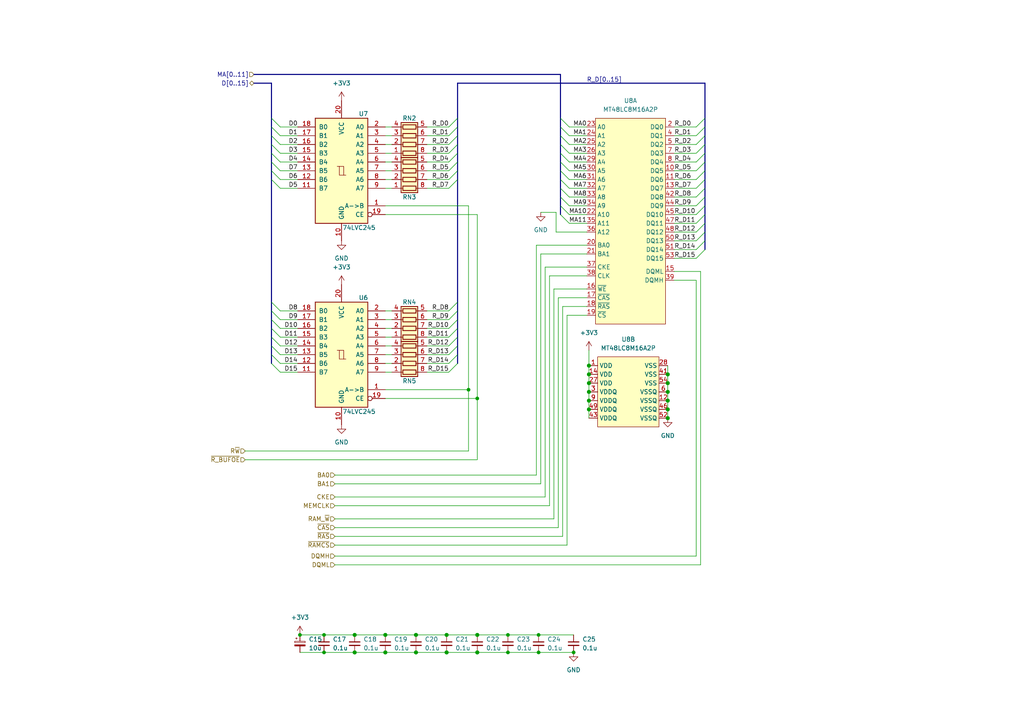
<source format=kicad_sch>
(kicad_sch (version 20211123) (generator eeschema)
  (paper "A4")
  (lib_symbols
    (symbol "74xx:74HC245" (pin_names (offset 1.016))
      (property "Reference" "U" (at -7.62 16.51 0))
      (property "Value" "74HC245" (at -7.62 -16.51 0))
      (symbol "74HC245_1_0"
        (polyline (pts (xy -0.635 -1.27) (xy -0.635 1.27) (xy 0.635 1.27)))
        (polyline (pts (xy -1.27 -1.27) (xy 0.635 -1.27) (xy 0.635 1.27) (xy 1.27 1.27)))
        (pin input line (at -12.7 -10.16 0) (length 5.08) (name "A->B") (number "1"))
        (pin power_in line (at 0 -20.32 90) (length 5.08) (name "GND") (number "10"))
        (pin tri_state line (at 12.7 -5.08 180) (length 5.08) (name "B7") (number "11"))
        (pin tri_state line (at 12.7 -2.54 180) (length 5.08) (name "B6") (number "12"))
        (pin tri_state line (at 12.7 0 180) (length 5.08) (name "B5") (number "13"))
        (pin tri_state line (at 12.7 2.54 180) (length 5.08) (name "B4") (number "14"))
        (pin tri_state line (at 12.7 5.08 180) (length 5.08) (name "B3") (number "15"))
        (pin tri_state line (at 12.7 7.62 180) (length 5.08) (name "B2") (number "16"))
        (pin tri_state line (at 12.7 10.16 180) (length 5.08) (name "B1") (number "17"))
        (pin tri_state line (at 12.7 12.7 180) (length 5.08) (name "B0") (number "18"))
        (pin input inverted (at -12.7 -12.7 0) (length 5.08) (name "CE") (number "19"))
        (pin tri_state line (at -12.7 12.7 0) (length 5.08) (name "A0") (number "2"))
        (pin power_in line (at 0 20.32 270) (length 5.08) (name "VCC") (number "20"))
        (pin tri_state line (at -12.7 10.16 0) (length 5.08) (name "A1") (number "3"))
        (pin tri_state line (at -12.7 7.62 0) (length 5.08) (name "A2") (number "4"))
        (pin tri_state line (at -12.7 5.08 0) (length 5.08) (name "A3") (number "5"))
        (pin tri_state line (at -12.7 2.54 0) (length 5.08) (name "A4") (number "6"))
        (pin tri_state line (at -12.7 0 0) (length 5.08) (name "A5") (number "7"))
        (pin tri_state line (at -12.7 -2.54 0) (length 5.08) (name "A6") (number "8"))
        (pin tri_state line (at -12.7 -5.08 0) (length 5.08) (name "A7") (number "9"))
      )
      (symbol "74HC245_1_1"
        (rectangle (start -7.62 15.24) (end 7.62 -15.24) (stroke (width 0.254)) (fill (type background)))
      )
    )
    (symbol "Device:C_Polarized_Small" (pin_numbers hide) (pin_names (offset 0.254) hide)
      (property "Reference" "C" (at 0.254 1.778 0))
      (property "Value" "C_Polarized_Small" (at 0.254 -2.032 0))
      (symbol "C_Polarized_Small_0_1"
        (rectangle (start -1.524 -0.3048) (end 1.524 -0.6858) (fill (type outline)))
        (rectangle (start -1.524 0.6858) (end 1.524 0.3048))
        (polyline (pts (xy -1.27 1.524) (xy -0.762 1.524)))
        (polyline (pts (xy -1.016 1.27) (xy -1.016 1.778)))
      )
      (symbol "C_Polarized_Small_1_1"
        (pin passive line (at 0 2.54 270) (length 1.8542) (name "~") (number "1"))
        (pin passive line (at 0 -2.54 90) (length 1.8542) (name "~") (number "2"))
      )
    )
    (symbol "Device:C_Small" (pin_numbers hide) (pin_names (offset 0.254) hide)
      (property "Reference" "C" (at 0.254 1.778 0))
      (property "Value" "C_Small" (at 0.254 -2.032 0))
      (symbol "C_Small_0_1"
        (polyline (pts (xy -1.524 -0.508) (xy 1.524 -0.508)) (stroke (width 0.3302)))
        (polyline (pts (xy -1.524 0.508) (xy 1.524 0.508)) (stroke (width 0.3048)))
      )
      (symbol "C_Small_1_1"
        (pin passive line (at 0 2.54 270) (length 2.032) (name "~") (number "1"))
        (pin passive line (at 0 -2.54 90) (length 2.032) (name "~") (number "2"))
      )
    )
    (symbol "Device:R_Pack04" (pin_names (offset 0) hide)
      (property "Reference" "RN" (at -7.62 0 90))
      (property "Value" "R_Pack04" (at 5.08 0 90))
      (symbol "R_Pack04_0_1"
        (rectangle (start -6.35 -2.413) (end 3.81 2.413) (stroke (width 0.254)) (fill (type background)))
        (rectangle (start -5.715 1.905) (end -4.445 -1.905) (stroke (width 0.254)))
        (rectangle (start -3.175 1.905) (end -1.905 -1.905) (stroke (width 0.254)))
        (rectangle (start -0.635 1.905) (end 0.635 -1.905) (stroke (width 0.254)))
        (polyline (pts (xy -5.08 -2.54) (xy -5.08 -1.905)))
        (polyline (pts (xy -5.08 1.905) (xy -5.08 2.54)))
        (polyline (pts (xy -2.54 -2.54) (xy -2.54 -1.905)))
        (polyline (pts (xy -2.54 1.905) (xy -2.54 2.54)))
        (polyline (pts (xy 0 -2.54) (xy 0 -1.905)))
        (polyline (pts (xy 0 1.905) (xy 0 2.54)))
        (polyline (pts (xy 2.54 -2.54) (xy 2.54 -1.905)))
        (polyline (pts (xy 2.54 1.905) (xy 2.54 2.54)))
        (rectangle (start 1.905 1.905) (end 3.175 -1.905) (stroke (width 0.254)))
      )
      (symbol "R_Pack04_1_1"
        (pin passive line (at -5.08 -5.08 90) (length 2.54) (name "R1.1") (number "1"))
        (pin passive line (at -2.54 -5.08 90) (length 2.54) (name "R2.1") (number "2"))
        (pin passive line (at 0 -5.08 90) (length 2.54) (name "R3.1") (number "3"))
        (pin passive line (at 2.54 -5.08 90) (length 2.54) (name "R4.1") (number "4"))
        (pin passive line (at 2.54 5.08 270) (length 2.54) (name "R4.2") (number "5"))
        (pin passive line (at 0 5.08 270) (length 2.54) (name "R3.2") (number "6"))
        (pin passive line (at -2.54 5.08 270) (length 2.54) (name "R2.2") (number "7"))
        (pin passive line (at -5.08 5.08 270) (length 2.54) (name "R1.2") (number "8"))
      )
    )
    (symbol "MT48LC8M16A2P:MT48LC8M16A2P"
      (property "Reference" "U" (at -10.16 31.75 0))
      (property "Value" "MT48LC8M16A2P" (at 0 0 90))
      (symbol "MT48LC8M16A2P_1_1"
        (rectangle (start -10.16 30.48) (end 10.16 -29.21) (stroke (width 0.1524)) (fill (type background)))
        (pin bidirectional line (at 12.7 15.24 180) (length 2.54) (name "DQ5") (number "10"))
        (pin bidirectional line (at 12.7 12.7 180) (length 2.54) (name "DQ6") (number "11"))
        (pin bidirectional line (at 12.7 10.16 180) (length 2.54) (name "DQ7") (number "13"))
        (pin input line (at 12.7 -13.97 180) (length 2.54) (name "DQML") (number "15"))
        (pin input line (at -12.7 -19.05 0) (length 2.54) (name "~{WE}") (number "16"))
        (pin input line (at -12.7 -21.59 0) (length 2.54) (name "~{CAS}") (number "17"))
        (pin input line (at -12.7 -24.13 0) (length 2.54) (name "~{RAS}") (number "18"))
        (pin input line (at -12.7 -26.67 0) (length 2.54) (name "~{CS}") (number "19"))
        (pin bidirectional line (at 12.7 27.94 180) (length 2.54) (name "DQ0") (number "2"))
        (pin input line (at -12.7 -6.35 0) (length 2.54) (name "BA0") (number "20"))
        (pin input line (at -12.7 -8.89 0) (length 2.54) (name "BA1") (number "21"))
        (pin input line (at -12.7 2.54 0) (length 2.54) (name "A10") (number "22"))
        (pin input line (at -12.7 27.94 0) (length 2.54) (name "A0") (number "23"))
        (pin input line (at -12.7 25.4 0) (length 2.54) (name "A1") (number "24"))
        (pin input line (at -12.7 22.86 0) (length 2.54) (name "A2") (number "25"))
        (pin input line (at -12.7 20.32 0) (length 2.54) (name "A3") (number "26"))
        (pin input line (at -12.7 17.78 0) (length 2.54) (name "A4") (number "29"))
        (pin input line (at -12.7 15.24 0) (length 2.54) (name "A5") (number "30"))
        (pin input line (at -12.7 12.7 0) (length 2.54) (name "A6") (number "31"))
        (pin input line (at -12.7 10.16 0) (length 2.54) (name "A7") (number "32"))
        (pin input line (at -12.7 7.62 0) (length 2.54) (name "A8") (number "33"))
        (pin input line (at -12.7 5.08 0) (length 2.54) (name "A9") (number "34"))
        (pin input line (at -12.7 0 0) (length 2.54) (name "A11") (number "35"))
        (pin input line (at -12.7 -2.54 0) (length 2.54) (name "A12") (number "36"))
        (pin input line (at -12.7 -12.7 0) (length 2.54) (name "CKE") (number "37"))
        (pin input line (at -12.7 -15.24 0) (length 2.54) (name "CLK") (number "38"))
        (pin input line (at 12.7 -16.51 180) (length 2.54) (name "DQMH") (number "39"))
        (pin bidirectional line (at 12.7 25.4 180) (length 2.54) (name "DQ1") (number "4"))
        (pin no_connect line (at 12.7 -26.67 180) (length 2.54) hide (name "NC") (number "40"))
        (pin bidirectional line (at 12.7 7.62 180) (length 2.54) (name "DQ8") (number "42"))
        (pin bidirectional line (at 12.7 5.08 180) (length 2.54) (name "DQ9") (number "44"))
        (pin bidirectional line (at 12.7 2.54 180) (length 2.54) (name "DQ10") (number "45"))
        (pin bidirectional line (at 12.7 0 180) (length 2.54) (name "DQ11") (number "47"))
        (pin bidirectional line (at 12.7 -2.54 180) (length 2.54) (name "DQ12") (number "48"))
        (pin bidirectional line (at 12.7 22.86 180) (length 2.54) (name "DQ2") (number "5"))
        (pin bidirectional line (at 12.7 -5.08 180) (length 2.54) (name "DQ13") (number "50"))
        (pin bidirectional line (at 12.7 -7.62 180) (length 2.54) (name "DQ14") (number "51"))
        (pin bidirectional line (at 12.7 -10.16 180) (length 2.54) (name "DQ15") (number "53"))
        (pin bidirectional line (at 12.7 20.32 180) (length 2.54) (name "DQ3") (number "7"))
        (pin bidirectional line (at 12.7 17.78 180) (length 2.54) (name "DQ4") (number "8"))
      )
      (symbol "MT48LC8M16A2P_2_1"
        (rectangle (start -8.89 10.16) (end 8.89 -10.16) (stroke (width 0.1524)) (fill (type background)))
        (pin power_in line (at -11.43 7.62 0) (length 2.54) (name "VDD") (number "1"))
        (pin power_in line (at 11.43 -2.54 180) (length 2.54) (name "VSSQ") (number "12"))
        (pin power_in line (at -11.43 5.08 0) (length 2.54) (name "VDD") (number "14"))
        (pin power_in line (at -11.43 2.54 0) (length 2.54) (name "VDD") (number "27"))
        (pin power_in line (at 11.43 7.62 180) (length 2.54) (name "VSS") (number "28"))
        (pin power_in line (at -11.43 0 0) (length 2.54) (name "VDDQ") (number "3"))
        (pin power_in line (at 11.43 5.08 180) (length 2.54) (name "VSS") (number "41"))
        (pin power_in line (at -11.43 -7.62 0) (length 2.54) (name "VDDQ") (number "43"))
        (pin power_in line (at 11.43 -5.08 180) (length 2.54) (name "VSSQ") (number "46"))
        (pin power_in line (at -11.43 -5.08 0) (length 2.54) (name "VDDQ") (number "49"))
        (pin power_in line (at 11.43 -7.62 180) (length 2.54) (name "VSSQ") (number "52"))
        (pin power_in line (at 11.43 2.54 180) (length 2.54) (name "VSS") (number "54"))
        (pin power_in line (at 11.43 0 180) (length 2.54) (name "VSSQ") (number "6"))
        (pin power_in line (at -11.43 -2.54 0) (length 2.54) (name "VDDQ") (number "9"))
      )
    )
    (symbol "power:+3.3V" (power) (pin_names (offset 0))
      (property "Value" "+3.3V" (at 0 3.556 0))
      (symbol "+3.3V_0_1"
        (polyline (pts (xy -0.762 1.27) (xy 0 2.54)))
        (polyline (pts (xy 0 0) (xy 0 2.54)))
        (polyline (pts (xy 0 2.54) (xy 0.762 1.27)))
      )
      (symbol "+3.3V_1_1"
        (pin power_in line (at 0 0 90) (length 0) hide (name "+3V3") (number "1"))
      )
    )
    (symbol "power:GND" (power) (pin_names (offset 0))
      (property "Value" "GND" (at 0 -3.81 0))
      (symbol "GND_0_1"
        (polyline (pts (xy 0 0) (xy 0 -1.27) (xy 1.27 -1.27) (xy 0 -2.54) (xy -1.27 -1.27) (xy 0 -1.27)))
      )
      (symbol "GND_1_1"
        (pin power_in line (at 0 0 270) (length 0) hide (name "GND") (number "1"))
      )
    )
  )
  (junction (at 120.65 189.23) (diameter 1.016))
  (junction (at 138.43 189.23) (diameter 1.016))
  (junction (at 102.87 189.23) (diameter 1.016))
  (junction (at 156.21 189.23))
  (junction (at 111.76 184.15) (diameter 1.016))
  (junction (at 93.98 189.23))
  (junction (at 170.815 113.665) (diameter 1.016))
  (junction (at 102.87 184.15) (diameter 1.016))
  (junction (at 129.54 189.23) (diameter 1.016))
  (junction (at 170.815 118.745) (diameter 1.016))
  (junction (at 166.37 189.23))
  (junction (at 93.98 184.15))
  (junction (at 170.815 108.585) (diameter 1.016))
  (junction (at 156.21 184.15))
  (junction (at 129.54 184.15) (diameter 1.016))
  (junction (at 147.32 189.23))
  (junction (at 111.76 189.23) (diameter 1.016))
  (junction (at 170.815 116.205) (diameter 1.016))
  (junction (at 86.995 184.15))
  (junction (at 193.675 108.585) (diameter 1.016))
  (junction (at 193.675 111.125) (diameter 1.016))
  (junction (at 135.89 113.03))
  (junction (at 147.32 184.15))
  (junction (at 138.43 184.15) (diameter 1.016))
  (junction (at 193.675 113.665) (diameter 1.016))
  (junction (at 193.675 118.745) (diameter 1.016))
  (junction (at 170.815 111.125) (diameter 1.016))
  (junction (at 138.43 115.57))
  (junction (at 193.675 116.205) (diameter 1.016))
  (junction (at 193.675 121.285) (diameter 1.016))
  (junction (at 120.65 184.15) (diameter 1.016))
  (junction (at 170.815 106.045) (diameter 1.016))
  (bus_entry (at 78.74 87.63) (size 2.54 2.54))
  (bus_entry (at 201.93 69.85) (size 2.54 -2.54))
  (bus_entry (at 162.56 62.23) (size 2.54 2.54))
  (bus_entry (at 201.93 54.61) (size 2.54 -2.54))
  (bus_entry (at 201.93 59.69) (size 2.54 -2.54))
  (bus_entry (at 130.175 95.25) (size 2.54 -2.54))
  (bus_entry (at 78.74 34.29) (size 2.54 2.54))
  (bus_entry (at 162.56 39.37) (size 2.54 2.54))
  (bus_entry (at 130.175 102.87) (size 2.54 -2.54))
  (bus_entry (at 162.56 34.29) (size 2.54 2.54))
  (bus_entry (at 78.74 92.71) (size 2.54 2.54))
  (bus_entry (at 130.175 107.95) (size 2.54 -2.54))
  (bus_entry (at 162.56 52.07) (size 2.54 2.54))
  (bus_entry (at 130.175 100.33) (size 2.54 -2.54))
  (bus_entry (at 78.74 49.53) (size 2.54 2.54))
  (bus_entry (at 78.74 39.37) (size 2.54 2.54))
  (bus_entry (at 78.74 46.99) (size 2.54 2.54))
  (bus_entry (at 201.93 74.93) (size 2.54 -2.54))
  (bus_entry (at 78.74 97.79) (size 2.54 2.54))
  (bus_entry (at 162.56 36.83) (size 2.54 2.54))
  (bus_entry (at 201.93 67.31) (size 2.54 -2.54))
  (bus_entry (at 201.93 49.53) (size 2.54 -2.54))
  (bus_entry (at 130.175 97.79) (size 2.54 -2.54))
  (bus_entry (at 201.93 57.15) (size 2.54 -2.54))
  (bus_entry (at 201.93 39.37) (size 2.54 -2.54))
  (bus_entry (at 162.56 59.69) (size 2.54 2.54))
  (bus_entry (at 78.74 100.33) (size 2.54 2.54))
  (bus_entry (at 201.93 41.91) (size 2.54 -2.54))
  (bus_entry (at 201.93 62.23) (size 2.54 -2.54))
  (bus_entry (at 201.93 44.45) (size 2.54 -2.54))
  (bus_entry (at 201.93 36.83) (size 2.54 -2.54))
  (bus_entry (at 162.56 54.61) (size 2.54 2.54))
  (bus_entry (at 162.56 46.99) (size 2.54 2.54))
  (bus_entry (at 130.175 105.41) (size 2.54 -2.54))
  (bus_entry (at 162.56 41.91) (size 2.54 2.54))
  (bus_entry (at 78.74 52.07) (size 2.54 2.54))
  (bus_entry (at 130.175 46.99) (size 2.54 -2.54))
  (bus_entry (at 130.175 44.45) (size 2.54 -2.54))
  (bus_entry (at 130.175 54.61) (size 2.54 -2.54))
  (bus_entry (at 130.175 52.07) (size 2.54 -2.54))
  (bus_entry (at 130.175 49.53) (size 2.54 -2.54))
  (bus_entry (at 162.56 44.45) (size 2.54 2.54))
  (bus_entry (at 201.93 46.99) (size 2.54 -2.54))
  (bus_entry (at 130.175 36.83) (size 2.54 -2.54))
  (bus_entry (at 130.175 41.91) (size 2.54 -2.54))
  (bus_entry (at 130.175 39.37) (size 2.54 -2.54))
  (bus_entry (at 78.74 36.83) (size 2.54 2.54))
  (bus_entry (at 201.93 72.39) (size 2.54 -2.54))
  (bus_entry (at 78.74 41.91) (size 2.54 2.54))
  (bus_entry (at 130.175 92.71) (size 2.54 -2.54))
  (bus_entry (at 78.74 44.45) (size 2.54 2.54))
  (bus_entry (at 78.74 102.87) (size 2.54 2.54))
  (bus_entry (at 78.74 90.17) (size 2.54 2.54))
  (bus_entry (at 201.93 52.07) (size 2.54 -2.54))
  (bus_entry (at 162.56 49.53) (size 2.54 2.54))
  (bus_entry (at 162.56 57.15) (size 2.54 2.54))
  (bus_entry (at 78.74 105.41) (size 2.54 2.54))
  (bus_entry (at 201.93 64.77) (size 2.54 -2.54))
  (bus_entry (at 78.74 95.25) (size 2.54 2.54))
  (bus_entry (at 130.175 90.17) (size 2.54 -2.54))
  (wire (pts (xy 111.76 54.61) (xy 113.665 54.61)))
  (wire (pts (xy 195.58 36.83) (xy 201.93 36.83)))
  (wire (pts (xy 81.28 44.45) (xy 86.36 44.45)))
  (wire (pts (xy 111.76 95.25) (xy 113.665 95.25)))
  (wire (pts (xy 129.54 189.23) (xy 138.43 189.23)))
  (wire (pts (xy 195.58 67.31) (xy 201.93 67.31)))
  (bus (pts (xy 204.47 57.15) (xy 204.47 59.69)))
  (wire (pts (xy 111.76 107.95) (xy 113.665 107.95)))
  (bus (pts (xy 162.56 44.45) (xy 162.56 46.99)))
  (wire (pts (xy 170.18 88.9) (xy 163.195 88.9)))
  (wire (pts (xy 81.28 100.33) (xy 86.36 100.33)))
  (wire (pts (xy 111.76 92.71) (xy 113.665 92.71)))
  (bus (pts (xy 162.56 49.53) (xy 162.56 52.07)))
  (bus (pts (xy 162.56 36.83) (xy 162.56 39.37)))
  (wire (pts (xy 81.28 52.07) (xy 86.36 52.07)))
  (bus (pts (xy 132.715 41.91) (xy 132.715 44.45)))
  (bus (pts (xy 78.74 41.91) (xy 78.74 44.45)))
  (wire (pts (xy 97.155 158.115) (xy 164.465 158.115)))
  (bus (pts (xy 78.74 52.07) (xy 78.74 87.63)))
  (wire (pts (xy 165.1 41.91) (xy 170.18 41.91)))
  (wire (pts (xy 81.28 92.71) (xy 86.36 92.71)))
  (wire (pts (xy 195.58 74.93) (xy 201.93 74.93)))
  (wire (pts (xy 111.76 41.91) (xy 113.665 41.91)))
  (bus (pts (xy 162.56 59.69) (xy 162.56 62.23)))
  (bus (pts (xy 162.56 41.91) (xy 162.56 44.45)))
  (wire (pts (xy 123.825 95.25) (xy 130.175 95.25)))
  (wire (pts (xy 97.155 163.83) (xy 203.2 163.83)))
  (wire (pts (xy 193.675 116.205) (xy 193.675 118.745)))
  (bus (pts (xy 78.74 44.45) (xy 78.74 46.99)))
  (wire (pts (xy 165.1 49.53) (xy 170.18 49.53)))
  (bus (pts (xy 204.47 59.69) (xy 204.47 62.23)))
  (wire (pts (xy 195.58 39.37) (xy 201.93 39.37)))
  (bus (pts (xy 78.74 97.79) (xy 78.74 100.33)))
  (wire (pts (xy 97.155 155.575) (xy 163.195 155.575)))
  (wire (pts (xy 111.76 44.45) (xy 113.665 44.45)))
  (wire (pts (xy 97.155 161.29) (xy 201.93 161.29)))
  (wire (pts (xy 170.18 73.66) (xy 156.845 73.66)))
  (wire (pts (xy 111.76 105.41) (xy 113.665 105.41)))
  (wire (pts (xy 165.1 39.37) (xy 170.18 39.37)))
  (wire (pts (xy 195.58 41.91) (xy 201.93 41.91)))
  (wire (pts (xy 158.115 77.47) (xy 158.115 144.145)))
  (bus (pts (xy 78.74 87.63) (xy 78.74 90.17)))
  (wire (pts (xy 193.675 111.125) (xy 193.675 113.665)))
  (bus (pts (xy 132.715 102.87) (xy 132.715 105.41)))
  (wire (pts (xy 165.1 46.99) (xy 170.18 46.99)))
  (wire (pts (xy 170.18 71.12) (xy 155.575 71.12)))
  (wire (pts (xy 195.58 54.61) (xy 201.93 54.61)))
  (wire (pts (xy 138.43 62.23) (xy 138.43 115.57)))
  (wire (pts (xy 138.43 115.57) (xy 138.43 133.35)))
  (wire (pts (xy 102.87 184.15) (xy 111.76 184.15)))
  (wire (pts (xy 195.58 69.85) (xy 201.93 69.85)))
  (bus (pts (xy 204.47 34.29) (xy 204.47 24.13)))
  (wire (pts (xy 195.58 59.69) (xy 201.93 59.69)))
  (wire (pts (xy 111.76 36.83) (xy 113.665 36.83)))
  (wire (pts (xy 155.575 71.12) (xy 155.575 137.795)))
  (wire (pts (xy 193.675 113.665) (xy 193.675 116.205)))
  (wire (pts (xy 120.65 189.23) (xy 129.54 189.23)))
  (wire (pts (xy 123.825 102.87) (xy 130.175 102.87)))
  (wire (pts (xy 161.925 86.36) (xy 161.925 153.035)))
  (wire (pts (xy 193.675 106.045) (xy 193.675 108.585)))
  (wire (pts (xy 195.58 57.15) (xy 201.93 57.15)))
  (bus (pts (xy 132.715 100.33) (xy 132.715 102.87)))
  (wire (pts (xy 165.1 44.45) (xy 170.18 44.45)))
  (wire (pts (xy 71.12 133.35) (xy 138.43 133.35)))
  (wire (pts (xy 97.155 137.795) (xy 155.575 137.795)))
  (wire (pts (xy 156.21 189.23) (xy 166.37 189.23)))
  (bus (pts (xy 204.47 62.23) (xy 204.47 64.77)))
  (wire (pts (xy 147.32 189.23) (xy 156.21 189.23)))
  (wire (pts (xy 147.32 184.15) (xy 156.21 184.15)))
  (wire (pts (xy 195.58 64.77) (xy 201.93 64.77)))
  (wire (pts (xy 123.825 46.99) (xy 130.175 46.99)))
  (wire (pts (xy 97.155 150.495) (xy 160.655 150.495)))
  (wire (pts (xy 81.28 39.37) (xy 86.36 39.37)))
  (wire (pts (xy 159.385 80.01) (xy 170.18 80.01)))
  (bus (pts (xy 132.715 90.17) (xy 132.715 92.71)))
  (bus (pts (xy 204.47 49.53) (xy 204.47 52.07)))
  (bus (pts (xy 78.74 102.87) (xy 78.74 105.41)))
  (wire (pts (xy 81.28 46.99) (xy 86.36 46.99)))
  (bus (pts (xy 162.56 54.61) (xy 162.56 57.15)))
  (wire (pts (xy 81.28 36.83) (xy 86.36 36.83)))
  (bus (pts (xy 78.74 24.13) (xy 78.74 34.29)))
  (bus (pts (xy 132.715 95.25) (xy 132.715 97.79)))
  (bus (pts (xy 204.47 69.85) (xy 204.47 72.39)))
  (wire (pts (xy 156.21 184.15) (xy 166.37 184.15)))
  (wire (pts (xy 81.28 41.91) (xy 86.36 41.91)))
  (wire (pts (xy 81.28 54.61) (xy 86.36 54.61)))
  (wire (pts (xy 195.58 46.99) (xy 201.93 46.99)))
  (wire (pts (xy 111.76 102.87) (xy 113.665 102.87)))
  (wire (pts (xy 111.76 90.17) (xy 113.665 90.17)))
  (wire (pts (xy 170.815 116.205) (xy 170.815 118.745)))
  (wire (pts (xy 138.43 189.23) (xy 147.32 189.23)))
  (wire (pts (xy 111.76 115.57) (xy 138.43 115.57)))
  (wire (pts (xy 123.825 105.41) (xy 130.175 105.41)))
  (wire (pts (xy 135.89 59.69) (xy 135.89 113.03)))
  (wire (pts (xy 123.825 54.61) (xy 130.175 54.61)))
  (wire (pts (xy 170.18 83.82) (xy 160.655 83.82)))
  (bus (pts (xy 78.74 92.71) (xy 78.74 95.25)))
  (wire (pts (xy 86.995 184.15) (xy 93.98 184.15)))
  (wire (pts (xy 86.995 189.23) (xy 93.98 189.23)))
  (bus (pts (xy 78.74 95.25) (xy 78.74 97.79)))
  (bus (pts (xy 132.715 39.37) (xy 132.715 41.91)))
  (bus (pts (xy 204.47 64.77) (xy 204.47 67.31)))
  (wire (pts (xy 165.1 62.23) (xy 170.18 62.23)))
  (bus (pts (xy 78.74 34.29) (xy 78.74 36.83)))
  (wire (pts (xy 193.675 108.585) (xy 193.675 111.125)))
  (bus (pts (xy 132.715 44.45) (xy 132.715 46.99)))
  (wire (pts (xy 71.12 130.81) (xy 135.89 130.81)))
  (wire (pts (xy 123.825 97.79) (xy 130.175 97.79)))
  (bus (pts (xy 73.66 24.13) (xy 78.74 24.13)))
  (bus (pts (xy 132.715 36.83) (xy 132.715 39.37)))
  (wire (pts (xy 97.155 153.035) (xy 161.925 153.035)))
  (bus (pts (xy 132.715 34.29) (xy 132.715 36.83)))
  (bus (pts (xy 132.715 87.63) (xy 132.715 90.17)))
  (wire (pts (xy 111.76 46.99) (xy 113.665 46.99)))
  (wire (pts (xy 156.845 61.595) (xy 161.29 61.595)))
  (wire (pts (xy 159.385 80.01) (xy 159.385 146.685)))
  (bus (pts (xy 204.47 24.13) (xy 132.715 24.13)))
  (wire (pts (xy 203.2 78.74) (xy 203.2 163.83)))
  (bus (pts (xy 78.74 49.53) (xy 78.74 52.07)))
  (bus (pts (xy 78.74 36.83) (xy 78.74 39.37)))
  (wire (pts (xy 135.89 113.03) (xy 135.89 130.81)))
  (bus (pts (xy 132.715 52.07) (xy 132.715 87.63)))
  (wire (pts (xy 193.675 118.745) (xy 193.675 121.285)))
  (wire (pts (xy 123.825 90.17) (xy 130.175 90.17)))
  (wire (pts (xy 123.825 92.71) (xy 130.175 92.71)))
  (wire (pts (xy 160.655 83.82) (xy 160.655 150.495)))
  (bus (pts (xy 204.47 41.91) (xy 204.47 44.45)))
  (wire (pts (xy 165.1 59.69) (xy 170.18 59.69)))
  (wire (pts (xy 93.98 189.23) (xy 102.87 189.23)))
  (wire (pts (xy 81.28 102.87) (xy 86.36 102.87)))
  (wire (pts (xy 165.1 36.83) (xy 170.18 36.83)))
  (wire (pts (xy 170.18 77.47) (xy 158.115 77.47)))
  (wire (pts (xy 123.825 36.83) (xy 130.175 36.83)))
  (wire (pts (xy 170.815 106.045) (xy 170.815 108.585)))
  (wire (pts (xy 123.825 107.95) (xy 130.175 107.95)))
  (bus (pts (xy 78.74 46.99) (xy 78.74 49.53)))
  (wire (pts (xy 111.76 49.53) (xy 113.665 49.53)))
  (wire (pts (xy 111.76 39.37) (xy 113.665 39.37)))
  (wire (pts (xy 195.58 78.74) (xy 203.2 78.74)))
  (wire (pts (xy 123.825 44.45) (xy 130.175 44.45)))
  (bus (pts (xy 204.47 52.07) (xy 204.47 54.61)))
  (wire (pts (xy 81.28 107.95) (xy 86.36 107.95)))
  (bus (pts (xy 162.56 57.15) (xy 162.56 59.69)))
  (wire (pts (xy 111.76 189.23) (xy 120.65 189.23)))
  (wire (pts (xy 163.195 88.9) (xy 163.195 155.575)))
  (bus (pts (xy 204.47 44.45) (xy 204.47 46.99)))
  (bus (pts (xy 162.56 39.37) (xy 162.56 41.91)))
  (wire (pts (xy 170.815 101.6) (xy 170.815 106.045)))
  (wire (pts (xy 156.845 73.66) (xy 156.845 140.335)))
  (wire (pts (xy 164.465 91.44) (xy 164.465 158.115)))
  (wire (pts (xy 81.28 97.79) (xy 86.36 97.79)))
  (bus (pts (xy 204.47 39.37) (xy 204.47 41.91)))
  (wire (pts (xy 170.815 118.745) (xy 170.815 121.285)))
  (wire (pts (xy 123.825 41.91) (xy 130.175 41.91)))
  (bus (pts (xy 204.47 36.83) (xy 204.47 39.37)))
  (bus (pts (xy 162.56 21.59) (xy 162.56 34.29)))
  (wire (pts (xy 81.28 105.41) (xy 86.36 105.41)))
  (wire (pts (xy 97.155 146.685) (xy 159.385 146.685)))
  (wire (pts (xy 123.825 52.07) (xy 130.175 52.07)))
  (wire (pts (xy 93.98 184.15) (xy 102.87 184.15)))
  (wire (pts (xy 165.1 57.15) (xy 170.18 57.15)))
  (bus (pts (xy 78.74 90.17) (xy 78.74 92.71)))
  (wire (pts (xy 201.93 81.28) (xy 201.93 161.29)))
  (wire (pts (xy 195.58 62.23) (xy 201.93 62.23)))
  (wire (pts (xy 161.29 67.31) (xy 161.29 61.595)))
  (wire (pts (xy 123.825 39.37) (xy 130.175 39.37)))
  (wire (pts (xy 111.76 184.15) (xy 120.65 184.15)))
  (wire (pts (xy 170.815 108.585) (xy 170.815 111.125)))
  (wire (pts (xy 123.825 49.53) (xy 130.175 49.53)))
  (wire (pts (xy 170.18 91.44) (xy 164.465 91.44)))
  (bus (pts (xy 132.715 49.53) (xy 132.715 52.07)))
  (bus (pts (xy 162.56 46.99) (xy 162.56 49.53)))
  (wire (pts (xy 170.18 67.31) (xy 161.29 67.31)))
  (wire (pts (xy 129.54 184.15) (xy 138.43 184.15)))
  (wire (pts (xy 165.1 54.61) (xy 170.18 54.61)))
  (wire (pts (xy 81.28 49.53) (xy 86.36 49.53)))
  (bus (pts (xy 132.715 24.13) (xy 132.715 34.29)))
  (bus (pts (xy 204.47 54.61) (xy 204.47 57.15)))
  (bus (pts (xy 204.47 67.31) (xy 204.47 69.85)))
  (wire (pts (xy 111.76 52.07) (xy 113.665 52.07)))
  (bus (pts (xy 162.56 34.29) (xy 162.56 36.83)))
  (wire (pts (xy 81.28 90.17) (xy 86.36 90.17)))
  (bus (pts (xy 132.715 46.99) (xy 132.715 49.53)))
  (wire (pts (xy 195.58 44.45) (xy 201.93 44.45)))
  (bus (pts (xy 204.47 34.29) (xy 204.47 36.83)))
  (bus (pts (xy 73.66 21.59) (xy 162.56 21.59)))
  (wire (pts (xy 123.825 100.33) (xy 130.175 100.33)))
  (wire (pts (xy 111.76 100.33) (xy 113.665 100.33)))
  (bus (pts (xy 162.56 52.07) (xy 162.56 54.61)))
  (wire (pts (xy 195.58 72.39) (xy 201.93 72.39)))
  (wire (pts (xy 111.76 59.69) (xy 135.89 59.69)))
  (wire (pts (xy 97.155 140.335) (xy 156.845 140.335)))
  (wire (pts (xy 170.815 113.665) (xy 170.815 116.205)))
  (wire (pts (xy 195.58 81.28) (xy 201.93 81.28)))
  (wire (pts (xy 195.58 52.07) (xy 201.93 52.07)))
  (wire (pts (xy 111.76 113.03) (xy 135.89 113.03)))
  (bus (pts (xy 78.74 100.33) (xy 78.74 102.87)))
  (wire (pts (xy 102.87 189.23) (xy 111.76 189.23)))
  (wire (pts (xy 165.1 64.77) (xy 170.18 64.77)))
  (wire (pts (xy 195.58 49.53) (xy 201.93 49.53)))
  (wire (pts (xy 111.76 97.79) (xy 113.665 97.79)))
  (bus (pts (xy 132.715 97.79) (xy 132.715 100.33)))
  (wire (pts (xy 170.18 86.36) (xy 161.925 86.36)))
  (wire (pts (xy 111.76 62.23) (xy 138.43 62.23)))
  (wire (pts (xy 120.65 184.15) (xy 129.54 184.15)))
  (wire (pts (xy 138.43 184.15) (xy 147.32 184.15)))
  (bus (pts (xy 204.47 46.99) (xy 204.47 49.53)))
  (bus (pts (xy 78.74 39.37) (xy 78.74 41.91)))
  (wire (pts (xy 170.815 111.125) (xy 170.815 113.665)))
  (wire (pts (xy 81.28 95.25) (xy 86.36 95.25)))
  (wire (pts (xy 97.155 144.145) (xy 158.115 144.145)))
  (bus (pts (xy 132.715 92.71) (xy 132.715 95.25)))
  (wire (pts (xy 165.1 52.07) (xy 170.18 52.07)))
  (label "R_D8" (at 130.175 90.17 180))
  (label "D3" (at 86.36 44.45 180))
  (label "R_D10" (at 130.175 95.25 180))
  (label "MA4" (at 170.18 46.99 180))
  (label "R_D7" (at 130.175 54.61 180))
  (label "R_D15" (at 130.175 107.95 180))
  (label "D9" (at 86.36 92.71 180))
  (label "D14" (at 86.36 105.41 180))
  (label "R_D7" (at 195.58 54.61 0))
  (label "R_D10" (at 195.58 62.23 0))
  (label "D10" (at 86.36 95.25 180))
  (label "D15" (at 86.36 107.95 180))
  (label "R_D12" (at 195.58 67.31 0))
  (label "R_D11" (at 195.58 64.77 0))
  (label "R_D4" (at 130.175 46.99 180))
  (label "MA2" (at 170.18 41.91 180))
  (label "D2" (at 86.36 41.91 180))
  (label "R_D0" (at 130.175 36.83 180))
  (label "D12" (at 86.36 100.33 180))
  (label "R_D0" (at 195.58 36.83 0))
  (label "D0" (at 86.36 36.83 180))
  (label "R_D[0..15]" (at 170.18 24.13 0))
  (label "R_D11" (at 130.175 97.79 180))
  (label "D11" (at 86.36 97.79 180))
  (label "R_D14" (at 195.58 72.39 0))
  (label "R_D5" (at 130.175 49.53 180))
  (label "R_D6" (at 130.175 52.07 180))
  (label "D8" (at 86.36 90.17 180))
  (label "D6" (at 86.36 52.07 180))
  (label "MA6" (at 170.18 52.07 180))
  (label "MA5" (at 170.18 49.53 180))
  (label "R_D2" (at 130.175 41.91 180))
  (label "R_D13" (at 195.58 69.85 0))
  (label "MA0" (at 170.18 36.83 180))
  (label "D5" (at 86.36 54.61 180))
  (label "D1" (at 86.36 39.37 180))
  (label "MA1" (at 170.18 39.37 180))
  (label "D4" (at 86.36 46.99 180))
  (label "R_D6" (at 195.58 52.07 0))
  (label "R_D2" (at 195.58 41.91 0))
  (label "MA3" (at 170.18 44.45 180))
  (label "D13" (at 86.36 102.87 180))
  (label "R_D1" (at 195.58 39.37 0))
  (label "MA11" (at 170.18 64.77 180))
  (label "D7" (at 86.36 49.53 180))
  (label "R_D3" (at 195.58 44.45 0))
  (label "R_D9" (at 130.175 92.71 180))
  (label "MA10" (at 170.18 62.23 180))
  (label "R_D1" (at 130.175 39.37 180))
  (label "MA7" (at 170.18 54.61 180))
  (label "R_D15" (at 195.58 74.93 0))
  (label "R_D14" (at 130.175 105.41 180))
  (label "R_D8" (at 195.58 57.15 0))
  (label "R_D3" (at 130.175 44.45 180))
  (label "MA8" (at 170.18 57.15 180))
  (label "R_D13" (at 130.175 102.87 180))
  (label "MA9" (at 170.18 59.69 180))
  (label "R_D12" (at 130.175 100.33 180))
  (label "R_D5" (at 195.58 49.53 0))
  (label "R_D4" (at 195.58 46.99 0))
  (label "R_D9" (at 195.58 59.69 0))
  (hierarchical_label "~{CAS}" (shape input) (at 97.155 153.035 180))
  (hierarchical_label "MEMCLK" (shape input) (at 97.155 146.685 180))
  (hierarchical_label "BA1" (shape input) (at 97.155 140.335 180))
  (hierarchical_label "DQMH" (shape input) (at 97.155 161.29 180))
  (hierarchical_label "~{R_BUFOE}" (shape input) (at 71.12 133.35 180))
  (hierarchical_label "~{RAS}" (shape input) (at 97.155 155.575 180))
  (hierarchical_label "~{RAMCS}" (shape input) (at 97.155 158.115 180))
  (hierarchical_label "R~{W}" (shape input) (at 71.12 130.81 180))
  (hierarchical_label "BA0" (shape input) (at 97.155 137.795 180))
  (hierarchical_label "DQML" (shape input) (at 97.155 163.83 180))
  (hierarchical_label "RAM_~{W}" (shape input) (at 97.155 150.495 180))
  (hierarchical_label "MA[0..11]" (shape input) (at 73.66 21.59 180))
  (hierarchical_label "CKE" (shape input) (at 97.155 144.145 180))
  (hierarchical_label "D[0..15]" (shape bidirectional) (at 73.66 24.13 180))
  (symbol (lib_id "Device:C_Small") (at 156.21 186.69 0) (unit 1)
    (property "Reference" "C24" (at 158.75 185.4199 0) (effects (justify left)))
    (property "Value" "0.1u" (at 158.75 187.9599 0) (effects (justify left)))
    (property "Footprint" "Capacitor_SMD:C_0603_1608Metric" (effects hide))
    (property "LCSC #" "C14663" (effects hide))
  )
  (symbol (lib_id "Device:C_Polarized_Small") (at 86.995 186.69 0) (unit 1)
    (property "Reference" "C15" (at 89.535 185.4199 0) (effects (justify left)))
    (property "Value" "10u" (at 89.535 187.9599 0) (effects (justify left)))
    (property "Footprint" "Capacitor_Tantalum_SMD:CP_EIA-3216-18_Kemet-A" (effects hide))
    (property "LCSC #" "C7171" (effects hide))
  )
  (symbol (lib_id "Device:C_Small") (at 93.98 186.69 0) (unit 1)
    (property "Reference" "C17" (at 96.52 185.4199 0) (effects (justify left)))
    (property "Value" "0.1u" (at 96.52 187.9599 0) (effects (justify left)))
    (property "Footprint" "Capacitor_SMD:C_0603_1608Metric" (effects hide))
    (property "LCSC #" "C14663" (effects hide))
  )
  (symbol (lib_id "Device:R_Pack04") (at 118.745 92.71 270) (mirror x) (unit 1)
    (property "Reference" "RN4" (at 118.745 87.63 90))
    (property "Value" "R_Pack04" (effects hide))
    (property "Footprint" "Resistor_SMD:R_Array_Convex_4x0603" (effects hide))
    (property "LCSC #" "C107373" (effects hide))
  )
  (symbol (lib_id "74xx:74HC245") (at 99.06 102.87 0) (mirror y) (unit 1)
    (property "Reference" "U6" (at 105.41 86.36 0))
    (property "Value" "74LVC245" (at 104.14 119.38 0))
    (property "Footprint" "Package_SO:TSSOP-20_4.4x6.5mm_P0.65mm" (effects hide))
    (property "Datasheet" "http://www.ti.com/lit/gpn/sn74HC245" (effects hide))
    (property "LCSC #" "C7848" (effects hide))
  )
  (symbol (lib_id "Device:C_Small") (at 129.54 186.69 0) (unit 1)
    (property "Reference" "C21" (at 132.08 185.4199 0) (effects (justify left)))
    (property "Value" "0.1u" (at 132.08 187.9599 0) (effects (justify left)))
    (property "Footprint" "Capacitor_SMD:C_0603_1608Metric" (effects hide))
    (property "LCSC #" "C14663" (effects hide))
  )
  (symbol (lib_id "Device:R_Pack04") (at 118.745 49.53 270) (mirror x) (unit 1)
    (property "Reference" "RN3" (at 118.745 57.15 90))
    (property "Value" "R_Pack04" (effects hide))
    (property "Footprint" "Resistor_SMD:R_Array_Convex_4x0603" (effects hide))
    (property "LCSC #" "C107373" (effects hide))
  )
  (symbol (lib_id "Device:R_Pack04") (at 118.745 102.87 270) (mirror x) (unit 1)
    (property "Reference" "RN5" (at 118.745 110.49 90))
    (property "Value" "R_Pack04" (effects hide))
    (property "Footprint" "Resistor_SMD:R_Array_Convex_4x0603" (effects hide))
    (property "LCSC #" "C107373" (effects hide))
  )
  (symbol (lib_id "power:+3.3V") (at 99.06 29.21 0) (unit 1)
    (property "Reference" "#PWR042" (effects hide))
    (property "Value" "+3.3V" (at 99.06 24.13 0))
  )
  (symbol (lib_id "Device:C_Small") (at 147.32 186.69 0) (unit 1)
    (property "Reference" "C23" (at 149.86 185.4199 0) (effects (justify left)))
    (property "Value" "0.1u" (at 149.86 187.9599 0) (effects (justify left)))
    (property "Footprint" "Capacitor_SMD:C_0603_1608Metric" (effects hide))
    (property "LCSC #" "C14663" (effects hide))
  )
  (symbol (lib_id "Device:C_Small") (at 120.65 186.69 0) (unit 1)
    (property "Reference" "C20" (at 123.19 185.4199 0) (effects (justify left)))
    (property "Value" "0.1u" (at 123.19 187.9599 0) (effects (justify left)))
    (property "Footprint" "Capacitor_SMD:C_0603_1608Metric" (effects hide))
    (property "LCSC #" "C14663" (effects hide))
  )
  (symbol (lib_id "power:+3.3V") (at 99.06 82.55 0) (unit 1)
    (property "Reference" "#PWR044" (effects hide))
    (property "Value" "+3.3V" (at 99.06 77.47 0))
  )
  (symbol (lib_id "74xx:74HC245") (at 99.06 49.53 0) (mirror y) (unit 1)
    (property "Reference" "U7" (at 105.41 33.02 0))
    (property "Value" "74LVC245" (at 104.14 66.04 0))
    (property "Footprint" "Package_SO:TSSOP-20_4.4x6.5mm_P0.65mm" (effects hide))
    (property "Datasheet" "http://www.ti.com/lit/gpn/sn74HC245" (effects hide))
    (property "LCSC #" "C7848" (effects hide))
  )
  (symbol (lib_id "power:GND") (at 99.06 123.19 0) (unit 1)
    (property "Reference" "#PWR045" (effects hide))
    (property "Value" "GND" (at 99.06 128.27 0))
  )
  (symbol (lib_id "Device:C_Small") (at 102.87 186.69 0) (unit 1)
    (property "Reference" "C18" (at 105.41 185.4199 0) (effects (justify left)))
    (property "Value" "0.1u" (at 105.41 187.9599 0) (effects (justify left)))
    (property "Footprint" "Capacitor_SMD:C_0603_1608Metric" (effects hide))
    (property "LCSC #" "C14663" (effects hide))
  )
  (symbol (lib_id "power:GND") (at 99.06 69.85 0) (unit 1)
    (property "Reference" "#PWR043" (effects hide))
    (property "Value" "GND" (at 99.06 74.93 0))
  )
  (symbol (lib_id "power:+3.3V") (at 170.815 101.6 0) (unit 1)
    (property "Reference" "#PWR048" (effects hide))
    (property "Value" "+3.3V" (at 170.815 96.52 0))
  )
  (symbol (lib_id "Device:C_Small") (at 111.76 186.69 0) (unit 1)
    (property "Reference" "C19" (at 114.3 185.4199 0) (effects (justify left)))
    (property "Value" "0.1u" (at 114.3 187.9599 0) (effects (justify left)))
    (property "Footprint" "Capacitor_SMD:C_0603_1608Metric" (effects hide))
    (property "LCSC #" "C14663" (effects hide))
  )
  (symbol (lib_id "Device:C_Small") (at 138.43 186.69 0) (unit 1)
    (property "Reference" "C22" (at 140.97 185.4199 0) (effects (justify left)))
    (property "Value" "0.1u" (at 140.97 187.9599 0) (effects (justify left)))
    (property "Footprint" "Capacitor_SMD:C_0603_1608Metric" (effects hide))
    (property "LCSC #" "C14663" (effects hide))
  )
  (symbol (lib_id "Device:R_Pack04") (at 118.745 39.37 270) (mirror x) (unit 1)
    (property "Reference" "RN2" (at 118.745 34.29 90))
    (property "Value" "R_Pack04" (effects hide))
    (property "Footprint" "Resistor_SMD:R_Array_Convex_4x0603" (effects hide))
    (property "LCSC #" "C107373" (effects hide))
  )
  (symbol (lib_id "MT48LC8M16A2P:MT48LC8M16A2P") (at 182.245 113.665 0) (unit 2)
    (property "Reference" "U8" (at 182.245 98.425 0))
    (property "Value" "MT48LC8M16A2P" (at 182.245 100.965 0))
    (property "Footprint" "Package_SO:TSOP-II-54_22.2x10.16mm_P0.8mm" (effects hide))
    (property "Datasheet" "https://media.digikey.com/pdf/Data%20Sheets/Micron%20Technology%20Inc%20PDFs/MT48LC%208M16A2,16M8A2,32M4A2.pdf" (effects hide))
    (property "LCSC #" "C367430" (effects hide))
  )
  (symbol (lib_id "power:GND") (at 156.845 61.595 0) (unit 1)
    (property "Reference" "#PWR046" (effects hide))
    (property "Value" "GND" (at 156.845 66.675 0))
  )
  (symbol (lib_id "Device:C_Small") (at 166.37 186.69 0) (unit 1)
    (property "Reference" "C25" (at 168.91 185.4199 0) (effects (justify left)))
    (property "Value" "0.1u" (at 168.91 187.9599 0) (effects (justify left)))
    (property "Footprint" "Capacitor_SMD:C_0603_1608Metric" (effects hide))
    (property "LCSC #" "C14663" (effects hide))
  )
  (symbol (lib_id "power:GND") (at 166.37 189.23 0) (unit 1)
    (property "Reference" "#PWR047" (effects hide))
    (property "Value" "GND" (at 166.37 194.31 0))
  )
  (symbol (lib_id "power:+3.3V") (at 86.995 184.15 0) (unit 1)
    (property "Reference" "#PWR041" (effects hide))
    (property "Value" "+3.3V" (at 86.995 179.07 0))
  )
  (symbol (lib_id "MT48LC8M16A2P:MT48LC8M16A2P") (at 182.88 64.77 0) (unit 1)
    (property "Reference" "U8" (at 182.88 29.21 0))
    (property "Value" "MT48LC8M16A2P" (at 182.88 31.75 0))
    (property "Footprint" "Package_SO:TSOP-II-54_22.2x10.16mm_P0.8mm" (effects hide))
    (property "Datasheet" "https://media.digikey.com/pdf/Data%20Sheets/Micron%20Technology%20Inc%20PDFs/MT48LC%208M16A2,16M8A2,32M4A2.pdf" (effects hide))
    (property "LCSC #" "C367430" (effects hide))
  )
  (symbol (lib_id "power:GND") (at 193.675 121.285 0) (unit 1)
    (property "Reference" "#PWR049" (effects hide))
    (property "Value" "GND" (at 193.675 126.365 0))
  )
)
</source>
